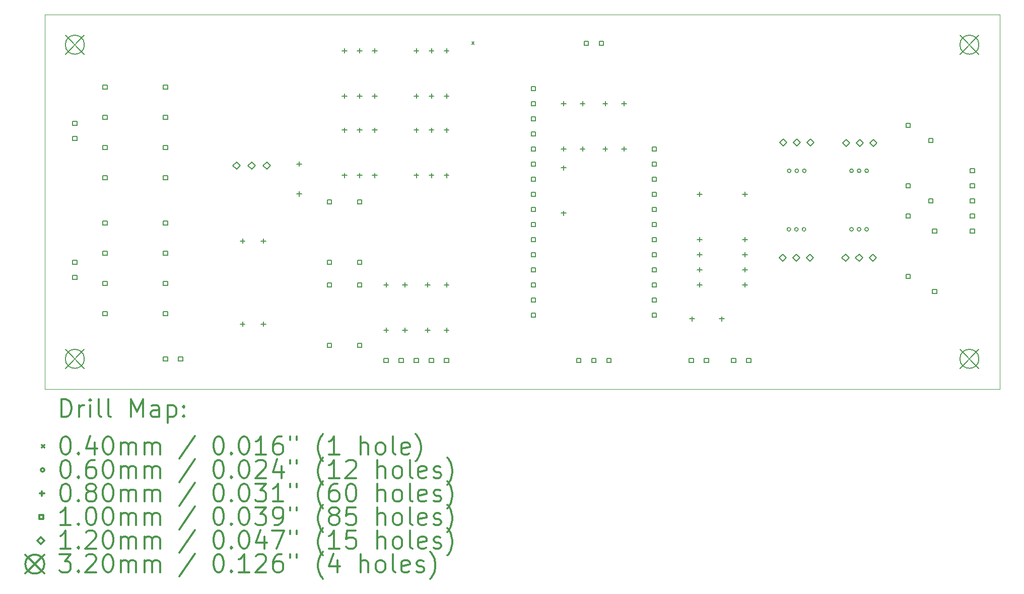
<source format=gbr>
%FSLAX45Y45*%
G04 Gerber Fmt 4.5, Leading zero omitted, Abs format (unit mm)*
G04 Created by KiCad (PCBNEW 5.1.5+dfsg1-2build2) date 2024-04-23 22:36:58*
%MOMM*%
%LPD*%
G04 APERTURE LIST*
%TA.AperFunction,Profile*%
%ADD10C,0.100000*%
%TD*%
%ADD11C,0.200000*%
%ADD12C,0.300000*%
G04 APERTURE END LIST*
D10*
X14528800Y-13081000D02*
X18770600Y-13081000D01*
X18669000Y-6781800D02*
X14020800Y-6781800D01*
X7480300Y-6781800D02*
X14033500Y-6781800D01*
X7480300Y-13081000D02*
X7480300Y-6781800D01*
X14541500Y-13081000D02*
X7480300Y-13081000D01*
X23533100Y-13081000D02*
X18757900Y-13081000D01*
X23533100Y-6781800D02*
X23533100Y-13081000D01*
X18656300Y-6781800D02*
X23533100Y-6781800D01*
D11*
X14661200Y-7244400D02*
X14701200Y-7284400D01*
X14701200Y-7244400D02*
X14661200Y-7284400D01*
X21073900Y-9410700D02*
G75*
G03X21073900Y-9410700I-30000J0D01*
G01*
X21200900Y-9410700D02*
G75*
G03X21200900Y-9410700I-30000J0D01*
G01*
X21327900Y-9410700D02*
G75*
G03X21327900Y-9410700I-30000J0D01*
G01*
X20026150Y-9410700D02*
G75*
G03X20026150Y-9410700I-30000J0D01*
G01*
X20153150Y-9410700D02*
G75*
G03X20153150Y-9410700I-30000J0D01*
G01*
X20280150Y-9410700D02*
G75*
G03X20280150Y-9410700I-30000J0D01*
G01*
X21073900Y-10394950D02*
G75*
G03X21073900Y-10394950I-30000J0D01*
G01*
X21200900Y-10394950D02*
G75*
G03X21200900Y-10394950I-30000J0D01*
G01*
X21327900Y-10394950D02*
G75*
G03X21327900Y-10394950I-30000J0D01*
G01*
X20019800Y-10394950D02*
G75*
G03X20019800Y-10394950I-30000J0D01*
G01*
X20146800Y-10394950D02*
G75*
G03X20146800Y-10394950I-30000J0D01*
G01*
X20273800Y-10394950D02*
G75*
G03X20273800Y-10394950I-30000J0D01*
G01*
X13919200Y-11288400D02*
X13919200Y-11368400D01*
X13879200Y-11328400D02*
X13959200Y-11328400D01*
X13919200Y-12050400D02*
X13919200Y-12130400D01*
X13879200Y-12090400D02*
X13959200Y-12090400D01*
X16522700Y-8240400D02*
X16522700Y-8320400D01*
X16482700Y-8280400D02*
X16562700Y-8280400D01*
X16522700Y-9002400D02*
X16522700Y-9082400D01*
X16482700Y-9042400D02*
X16562700Y-9042400D01*
X18491200Y-11034400D02*
X18491200Y-11114400D01*
X18451200Y-11074400D02*
X18531200Y-11074400D01*
X19253200Y-11034400D02*
X19253200Y-11114400D01*
X19213200Y-11074400D02*
X19293200Y-11074400D01*
X14236700Y-11288400D02*
X14236700Y-11368400D01*
X14196700Y-11328400D02*
X14276700Y-11328400D01*
X14236700Y-12050400D02*
X14236700Y-12130400D01*
X14196700Y-12090400D02*
X14276700Y-12090400D01*
X13220700Y-11288400D02*
X13220700Y-11368400D01*
X13180700Y-11328400D02*
X13260700Y-11328400D01*
X13220700Y-12050400D02*
X13220700Y-12130400D01*
X13180700Y-12090400D02*
X13260700Y-12090400D01*
X16205200Y-8240400D02*
X16205200Y-8320400D01*
X16165200Y-8280400D02*
X16245200Y-8280400D01*
X16205200Y-9002400D02*
X16205200Y-9082400D01*
X16165200Y-9042400D02*
X16245200Y-9042400D01*
X18364200Y-11859900D02*
X18364200Y-11939900D01*
X18324200Y-11899900D02*
X18404200Y-11899900D01*
X18864200Y-11859900D02*
X18864200Y-11939900D01*
X18824200Y-11899900D02*
X18904200Y-11899900D01*
X16903700Y-8240400D02*
X16903700Y-8320400D01*
X16863700Y-8280400D02*
X16943700Y-8280400D01*
X16903700Y-9002400D02*
X16903700Y-9082400D01*
X16863700Y-9042400D02*
X16943700Y-9042400D01*
X18491200Y-10526400D02*
X18491200Y-10606400D01*
X18451200Y-10566400D02*
X18531200Y-10566400D01*
X19253200Y-10526400D02*
X19253200Y-10606400D01*
X19213200Y-10566400D02*
X19293200Y-10566400D01*
X18491200Y-11288400D02*
X18491200Y-11368400D01*
X18451200Y-11328400D02*
X18531200Y-11328400D01*
X19253200Y-11288400D02*
X19253200Y-11368400D01*
X19213200Y-11328400D02*
X19293200Y-11328400D01*
X13728700Y-8684900D02*
X13728700Y-8764900D01*
X13688700Y-8724900D02*
X13768700Y-8724900D01*
X13728700Y-9446900D02*
X13728700Y-9526900D01*
X13688700Y-9486900D02*
X13768700Y-9486900D01*
X13982700Y-8684900D02*
X13982700Y-8764900D01*
X13942700Y-8724900D02*
X14022700Y-8724900D01*
X13982700Y-9446900D02*
X13982700Y-9526900D01*
X13942700Y-9486900D02*
X14022700Y-9486900D01*
X14236700Y-8684900D02*
X14236700Y-8764900D01*
X14196700Y-8724900D02*
X14276700Y-8724900D01*
X14236700Y-9446900D02*
X14236700Y-9526900D01*
X14196700Y-9486900D02*
X14276700Y-9486900D01*
X12522200Y-8684900D02*
X12522200Y-8764900D01*
X12482200Y-8724900D02*
X12562200Y-8724900D01*
X12522200Y-9446900D02*
X12522200Y-9526900D01*
X12482200Y-9486900D02*
X12562200Y-9486900D01*
X12776200Y-8684900D02*
X12776200Y-8764900D01*
X12736200Y-8724900D02*
X12816200Y-8724900D01*
X12776200Y-9446900D02*
X12776200Y-9526900D01*
X12736200Y-9486900D02*
X12816200Y-9486900D01*
X13030200Y-8684900D02*
X13030200Y-8764900D01*
X12990200Y-8724900D02*
X13070200Y-8724900D01*
X13030200Y-9446900D02*
X13030200Y-9526900D01*
X12990200Y-9486900D02*
X13070200Y-9486900D01*
X10807700Y-10551800D02*
X10807700Y-10631800D01*
X10767700Y-10591800D02*
X10847700Y-10591800D01*
X11157700Y-10551800D02*
X11157700Y-10631800D01*
X11117700Y-10591800D02*
X11197700Y-10591800D01*
X17221200Y-8240400D02*
X17221200Y-8320400D01*
X17181200Y-8280400D02*
X17261200Y-8280400D01*
X17221200Y-9002400D02*
X17221200Y-9082400D01*
X17181200Y-9042400D02*
X17261200Y-9042400D01*
X12522200Y-7351400D02*
X12522200Y-7431400D01*
X12482200Y-7391400D02*
X12562200Y-7391400D01*
X12522200Y-8113400D02*
X12522200Y-8193400D01*
X12482200Y-8153400D02*
X12562200Y-8153400D01*
X12776200Y-7351400D02*
X12776200Y-7431400D01*
X12736200Y-7391400D02*
X12816200Y-7391400D01*
X12776200Y-8113400D02*
X12776200Y-8193400D01*
X12736200Y-8153400D02*
X12816200Y-8153400D01*
X13030200Y-7351400D02*
X13030200Y-7431400D01*
X12990200Y-7391400D02*
X13070200Y-7391400D01*
X13030200Y-8113400D02*
X13030200Y-8193400D01*
X12990200Y-8153400D02*
X13070200Y-8153400D01*
X10807700Y-11948800D02*
X10807700Y-12028800D01*
X10767700Y-11988800D02*
X10847700Y-11988800D01*
X11157700Y-11948800D02*
X11157700Y-12028800D01*
X11117700Y-11988800D02*
X11197700Y-11988800D01*
X11760200Y-9256400D02*
X11760200Y-9336400D01*
X11720200Y-9296400D02*
X11800200Y-9296400D01*
X11760200Y-9756400D02*
X11760200Y-9836400D01*
X11720200Y-9796400D02*
X11800200Y-9796400D01*
X13728700Y-7351400D02*
X13728700Y-7431400D01*
X13688700Y-7391400D02*
X13768700Y-7391400D01*
X13728700Y-8113400D02*
X13728700Y-8193400D01*
X13688700Y-8153400D02*
X13768700Y-8153400D01*
X13982700Y-7351400D02*
X13982700Y-7431400D01*
X13942700Y-7391400D02*
X14022700Y-7391400D01*
X13982700Y-8113400D02*
X13982700Y-8193400D01*
X13942700Y-8153400D02*
X14022700Y-8153400D01*
X14236700Y-7351400D02*
X14236700Y-7431400D01*
X14196700Y-7391400D02*
X14276700Y-7391400D01*
X14236700Y-8113400D02*
X14236700Y-8193400D01*
X14196700Y-8153400D02*
X14276700Y-8153400D01*
X18491200Y-10780400D02*
X18491200Y-10860400D01*
X18451200Y-10820400D02*
X18531200Y-10820400D01*
X19253200Y-10780400D02*
X19253200Y-10860400D01*
X19213200Y-10820400D02*
X19293200Y-10820400D01*
X16205200Y-9319900D02*
X16205200Y-9399900D01*
X16165200Y-9359900D02*
X16245200Y-9359900D01*
X16205200Y-10081900D02*
X16205200Y-10161900D01*
X16165200Y-10121900D02*
X16245200Y-10121900D01*
X13538200Y-11288400D02*
X13538200Y-11368400D01*
X13498200Y-11328400D02*
X13578200Y-11328400D01*
X13538200Y-12050400D02*
X13538200Y-12130400D01*
X13498200Y-12090400D02*
X13578200Y-12090400D01*
X18491200Y-9764400D02*
X18491200Y-9844400D01*
X18451200Y-9804400D02*
X18531200Y-9804400D01*
X19253200Y-9764400D02*
X19253200Y-9844400D01*
X19213200Y-9804400D02*
X19293200Y-9804400D01*
X8531683Y-11846128D02*
X8531683Y-11775363D01*
X8460918Y-11775363D01*
X8460918Y-11846128D01*
X8531683Y-11846128D01*
X9547683Y-11846128D02*
X9547683Y-11775363D01*
X9476918Y-11775363D01*
X9476918Y-11846128D01*
X9547683Y-11846128D01*
X13256082Y-12633782D02*
X13256082Y-12563017D01*
X13185317Y-12563017D01*
X13185317Y-12633782D01*
X13256082Y-12633782D01*
X13510082Y-12633782D02*
X13510082Y-12563017D01*
X13439317Y-12563017D01*
X13439317Y-12633782D01*
X13510082Y-12633782D01*
X13764082Y-12633782D02*
X13764082Y-12563017D01*
X13693317Y-12563017D01*
X13693317Y-12633782D01*
X13764082Y-12633782D01*
X14018082Y-12633782D02*
X14018082Y-12563017D01*
X13947317Y-12563017D01*
X13947317Y-12633782D01*
X14018082Y-12633782D01*
X14272082Y-12633782D02*
X14272082Y-12563017D01*
X14201317Y-12563017D01*
X14201317Y-12633782D01*
X14272082Y-12633782D01*
X22031529Y-10208083D02*
X22031529Y-10137318D01*
X21960764Y-10137318D01*
X21960764Y-10208083D01*
X22031529Y-10208083D01*
X22031529Y-11224082D02*
X22031529Y-11153318D01*
X21960764Y-11153318D01*
X21960764Y-11224082D01*
X22031529Y-11224082D01*
X16494582Y-12633782D02*
X16494582Y-12563017D01*
X16423817Y-12563017D01*
X16423817Y-12633782D01*
X16494582Y-12633782D01*
X16748582Y-12633782D02*
X16748582Y-12563017D01*
X16677817Y-12563017D01*
X16677817Y-12633782D01*
X16748582Y-12633782D01*
X17002583Y-12633782D02*
X17002583Y-12563017D01*
X16931818Y-12563017D01*
X16931818Y-12633782D01*
X17002583Y-12633782D01*
X8531683Y-10830129D02*
X8531683Y-10759364D01*
X8460918Y-10759364D01*
X8460918Y-10830129D01*
X8531683Y-10830129D01*
X9547683Y-10830129D02*
X9547683Y-10759364D01*
X9476918Y-10759364D01*
X9476918Y-10830129D01*
X9547683Y-10830129D01*
X8531683Y-11338636D02*
X8531683Y-11267871D01*
X8460918Y-11267871D01*
X8460918Y-11338636D01*
X8531683Y-11338636D01*
X9547683Y-11338636D02*
X9547683Y-11267871D01*
X9476918Y-11267871D01*
X9476918Y-11338636D01*
X9547683Y-11338636D01*
X8531683Y-8544129D02*
X8531683Y-8473364D01*
X8460918Y-8473364D01*
X8460918Y-8544129D01*
X8531683Y-8544129D01*
X9547683Y-8544129D02*
X9547683Y-8473364D01*
X9476918Y-8473364D01*
X9476918Y-8544129D01*
X9547683Y-8544129D01*
X12811836Y-9966783D02*
X12811836Y-9896018D01*
X12741071Y-9896018D01*
X12741071Y-9966783D01*
X12811836Y-9966783D01*
X12811836Y-10982783D02*
X12811836Y-10912018D01*
X12741071Y-10912018D01*
X12741071Y-10982783D01*
X12811836Y-10982783D01*
X8531683Y-10322637D02*
X8531683Y-10251872D01*
X8460918Y-10251872D01*
X8460918Y-10322637D01*
X8531683Y-10322637D01*
X9547683Y-10322637D02*
X9547683Y-10251872D01*
X9476918Y-10251872D01*
X9476918Y-10322637D01*
X9547683Y-10322637D01*
X16621582Y-7299782D02*
X16621582Y-7229017D01*
X16550817Y-7229017D01*
X16550817Y-7299782D01*
X16621582Y-7299782D01*
X16875583Y-7299782D02*
X16875583Y-7229017D01*
X16804818Y-7229017D01*
X16804818Y-7299782D01*
X16875583Y-7299782D01*
X22413036Y-8938083D02*
X22413036Y-8867318D01*
X22342272Y-8867318D01*
X22342272Y-8938083D01*
X22413036Y-8938083D01*
X22413036Y-9954083D02*
X22413036Y-9883318D01*
X22342272Y-9883318D01*
X22342272Y-9954083D01*
X22413036Y-9954083D01*
X22032037Y-8684083D02*
X22032037Y-8613318D01*
X21961272Y-8613318D01*
X21961272Y-8684083D01*
X22032037Y-8684083D01*
X22032037Y-9700083D02*
X22032037Y-9629318D01*
X21961272Y-9629318D01*
X21961272Y-9700083D01*
X22032037Y-9700083D01*
X12811328Y-11363782D02*
X12811328Y-11293017D01*
X12740563Y-11293017D01*
X12740563Y-11363782D01*
X12811328Y-11363782D01*
X12811328Y-12379782D02*
X12811328Y-12309017D01*
X12740563Y-12309017D01*
X12740563Y-12379782D01*
X12811328Y-12379782D01*
X9547683Y-12608382D02*
X9547683Y-12537617D01*
X9476918Y-12537617D01*
X9476918Y-12608382D01*
X9547683Y-12608382D01*
X9801683Y-12608382D02*
X9801683Y-12537617D01*
X9730918Y-12537617D01*
X9730918Y-12608382D01*
X9801683Y-12608382D01*
X19098083Y-12633782D02*
X19098083Y-12563017D01*
X19027318Y-12563017D01*
X19027318Y-12633782D01*
X19098083Y-12633782D01*
X19352083Y-12633782D02*
X19352083Y-12563017D01*
X19281318Y-12563017D01*
X19281318Y-12633782D01*
X19352083Y-12633782D01*
X22476028Y-10462083D02*
X22476028Y-10391318D01*
X22405263Y-10391318D01*
X22405263Y-10462083D01*
X22476028Y-10462083D01*
X22476028Y-11478082D02*
X22476028Y-11407317D01*
X22405263Y-11407317D01*
X22405263Y-11478082D01*
X22476028Y-11478082D01*
X12303836Y-9966783D02*
X12303836Y-9896018D01*
X12233071Y-9896018D01*
X12233071Y-9966783D01*
X12303836Y-9966783D01*
X12303836Y-10982783D02*
X12303836Y-10912018D01*
X12233071Y-10912018D01*
X12233071Y-10982783D01*
X12303836Y-10982783D01*
X8531683Y-8036636D02*
X8531683Y-7965871D01*
X8460918Y-7965871D01*
X8460918Y-8036636D01*
X8531683Y-8036636D01*
X9547683Y-8036636D02*
X9547683Y-7965871D01*
X9476918Y-7965871D01*
X9476918Y-8036636D01*
X9547683Y-8036636D01*
X17764583Y-9077783D02*
X17764583Y-9007018D01*
X17693818Y-9007018D01*
X17693818Y-9077783D01*
X17764583Y-9077783D01*
X17764583Y-9331783D02*
X17764583Y-9261018D01*
X17693818Y-9261018D01*
X17693818Y-9331783D01*
X17764583Y-9331783D01*
X17764583Y-9585783D02*
X17764583Y-9515018D01*
X17693818Y-9515018D01*
X17693818Y-9585783D01*
X17764583Y-9585783D01*
X17764583Y-9839783D02*
X17764583Y-9769018D01*
X17693818Y-9769018D01*
X17693818Y-9839783D01*
X17764583Y-9839783D01*
X17764583Y-10093783D02*
X17764583Y-10023018D01*
X17693818Y-10023018D01*
X17693818Y-10093783D01*
X17764583Y-10093783D01*
X17764583Y-10347783D02*
X17764583Y-10277018D01*
X17693818Y-10277018D01*
X17693818Y-10347783D01*
X17764583Y-10347783D01*
X17764583Y-10601783D02*
X17764583Y-10531018D01*
X17693818Y-10531018D01*
X17693818Y-10601783D01*
X17764583Y-10601783D01*
X17764583Y-10855783D02*
X17764583Y-10785018D01*
X17693818Y-10785018D01*
X17693818Y-10855783D01*
X17764583Y-10855783D01*
X17764583Y-11109783D02*
X17764583Y-11039018D01*
X17693818Y-11039018D01*
X17693818Y-11109783D01*
X17764583Y-11109783D01*
X17764583Y-11363782D02*
X17764583Y-11293017D01*
X17693818Y-11293017D01*
X17693818Y-11363782D01*
X17764583Y-11363782D01*
X17764583Y-11617782D02*
X17764583Y-11547017D01*
X17693818Y-11547017D01*
X17693818Y-11617782D01*
X17764583Y-11617782D01*
X17764583Y-11871782D02*
X17764583Y-11801017D01*
X17693818Y-11801017D01*
X17693818Y-11871782D01*
X17764583Y-11871782D01*
X8531683Y-9052637D02*
X8531683Y-8981872D01*
X8460918Y-8981872D01*
X8460918Y-9052637D01*
X8531683Y-9052637D01*
X9547683Y-9052637D02*
X9547683Y-8981872D01*
X9476918Y-8981872D01*
X9476918Y-9052637D01*
X9547683Y-9052637D01*
X23111282Y-9446083D02*
X23111282Y-9375318D01*
X23040517Y-9375318D01*
X23040517Y-9446083D01*
X23111282Y-9446083D01*
X23111282Y-9700083D02*
X23111282Y-9629318D01*
X23040517Y-9629318D01*
X23040517Y-9700083D01*
X23111282Y-9700083D01*
X23111282Y-9954083D02*
X23111282Y-9883318D01*
X23040517Y-9883318D01*
X23040517Y-9954083D01*
X23111282Y-9954083D01*
X23111282Y-10208083D02*
X23111282Y-10137318D01*
X23040517Y-10137318D01*
X23040517Y-10208083D01*
X23111282Y-10208083D01*
X23111282Y-10462083D02*
X23111282Y-10391318D01*
X23040517Y-10391318D01*
X23040517Y-10462083D01*
X23111282Y-10462083D01*
X8023682Y-8645983D02*
X8023682Y-8575218D01*
X7952917Y-8575218D01*
X7952917Y-8645983D01*
X8023682Y-8645983D01*
X8023682Y-8899983D02*
X8023682Y-8829218D01*
X7952917Y-8829218D01*
X7952917Y-8899983D01*
X8023682Y-8899983D01*
X15732582Y-8061782D02*
X15732582Y-7991017D01*
X15661817Y-7991017D01*
X15661817Y-8061782D01*
X15732582Y-8061782D01*
X15732582Y-8315782D02*
X15732582Y-8245017D01*
X15661817Y-8245017D01*
X15661817Y-8315782D01*
X15732582Y-8315782D01*
X15732582Y-8569783D02*
X15732582Y-8499018D01*
X15661817Y-8499018D01*
X15661817Y-8569783D01*
X15732582Y-8569783D01*
X15732582Y-8823783D02*
X15732582Y-8753018D01*
X15661817Y-8753018D01*
X15661817Y-8823783D01*
X15732582Y-8823783D01*
X15732582Y-9077783D02*
X15732582Y-9007018D01*
X15661817Y-9007018D01*
X15661817Y-9077783D01*
X15732582Y-9077783D01*
X15732582Y-9331783D02*
X15732582Y-9261018D01*
X15661817Y-9261018D01*
X15661817Y-9331783D01*
X15732582Y-9331783D01*
X15732582Y-9585783D02*
X15732582Y-9515018D01*
X15661817Y-9515018D01*
X15661817Y-9585783D01*
X15732582Y-9585783D01*
X15732582Y-9839783D02*
X15732582Y-9769018D01*
X15661817Y-9769018D01*
X15661817Y-9839783D01*
X15732582Y-9839783D01*
X15732582Y-10093783D02*
X15732582Y-10023018D01*
X15661817Y-10023018D01*
X15661817Y-10093783D01*
X15732582Y-10093783D01*
X15732582Y-10347783D02*
X15732582Y-10277018D01*
X15661817Y-10277018D01*
X15661817Y-10347783D01*
X15732582Y-10347783D01*
X15732582Y-10601783D02*
X15732582Y-10531018D01*
X15661817Y-10531018D01*
X15661817Y-10601783D01*
X15732582Y-10601783D01*
X15732582Y-10855783D02*
X15732582Y-10785018D01*
X15661817Y-10785018D01*
X15661817Y-10855783D01*
X15732582Y-10855783D01*
X15732582Y-11109783D02*
X15732582Y-11039018D01*
X15661817Y-11039018D01*
X15661817Y-11109783D01*
X15732582Y-11109783D01*
X15732582Y-11363782D02*
X15732582Y-11293017D01*
X15661817Y-11293017D01*
X15661817Y-11363782D01*
X15732582Y-11363782D01*
X15732582Y-11617782D02*
X15732582Y-11547017D01*
X15661817Y-11547017D01*
X15661817Y-11617782D01*
X15732582Y-11617782D01*
X15732582Y-11871782D02*
X15732582Y-11801017D01*
X15661817Y-11801017D01*
X15661817Y-11871782D01*
X15732582Y-11871782D01*
X18386883Y-12633782D02*
X18386883Y-12563017D01*
X18316118Y-12563017D01*
X18316118Y-12633782D01*
X18386883Y-12633782D01*
X18640883Y-12633782D02*
X18640883Y-12563017D01*
X18570118Y-12563017D01*
X18570118Y-12633782D01*
X18640883Y-12633782D01*
X8531683Y-9560129D02*
X8531683Y-9489364D01*
X8460918Y-9489364D01*
X8460918Y-9560129D01*
X8531683Y-9560129D01*
X9547683Y-9560129D02*
X9547683Y-9489364D01*
X9476918Y-9489364D01*
X9476918Y-9560129D01*
X9547683Y-9560129D01*
X12303328Y-11363782D02*
X12303328Y-11293017D01*
X12232563Y-11293017D01*
X12232563Y-11363782D01*
X12303328Y-11363782D01*
X12303328Y-12379782D02*
X12303328Y-12309017D01*
X12232563Y-12309017D01*
X12232563Y-12379782D01*
X12303328Y-12379782D01*
X8023682Y-10982783D02*
X8023682Y-10912018D01*
X7952917Y-10912018D01*
X7952917Y-10982783D01*
X8023682Y-10982783D01*
X8023682Y-11236782D02*
X8023682Y-11166018D01*
X7952917Y-11166018D01*
X7952917Y-11236782D01*
X8023682Y-11236782D01*
X20954492Y-9000744D02*
X21014436Y-8940800D01*
X20954492Y-8880856D01*
X20894548Y-8940800D01*
X20954492Y-9000744D01*
X21183600Y-9000744D02*
X21243544Y-8940800D01*
X21183600Y-8880856D01*
X21123656Y-8940800D01*
X21183600Y-9000744D01*
X21412708Y-9000744D02*
X21472652Y-8940800D01*
X21412708Y-8880856D01*
X21352764Y-8940800D01*
X21412708Y-9000744D01*
X19894042Y-8994394D02*
X19953986Y-8934450D01*
X19894042Y-8874506D01*
X19834098Y-8934450D01*
X19894042Y-8994394D01*
X20123150Y-8994394D02*
X20183094Y-8934450D01*
X20123150Y-8874506D01*
X20063206Y-8934450D01*
X20123150Y-8994394D01*
X20352258Y-8994394D02*
X20412202Y-8934450D01*
X20352258Y-8874506D01*
X20292314Y-8934450D01*
X20352258Y-8994394D01*
X10706100Y-9381744D02*
X10766044Y-9321800D01*
X10706100Y-9261856D01*
X10646156Y-9321800D01*
X10706100Y-9381744D01*
X10960100Y-9381744D02*
X11020044Y-9321800D01*
X10960100Y-9261856D01*
X10900156Y-9321800D01*
X10960100Y-9381744D01*
X11214100Y-9381744D02*
X11274044Y-9321800D01*
X11214100Y-9261856D01*
X11154156Y-9321800D01*
X11214100Y-9381744D01*
X19887692Y-10931144D02*
X19947636Y-10871200D01*
X19887692Y-10811256D01*
X19827748Y-10871200D01*
X19887692Y-10931144D01*
X20116800Y-10931144D02*
X20176744Y-10871200D01*
X20116800Y-10811256D01*
X20056856Y-10871200D01*
X20116800Y-10931144D01*
X20345908Y-10931144D02*
X20405852Y-10871200D01*
X20345908Y-10811256D01*
X20285964Y-10871200D01*
X20345908Y-10931144D01*
X20941792Y-10931144D02*
X21001736Y-10871200D01*
X20941792Y-10811256D01*
X20881848Y-10871200D01*
X20941792Y-10931144D01*
X21170900Y-10931144D02*
X21230844Y-10871200D01*
X21170900Y-10811256D01*
X21110956Y-10871200D01*
X21170900Y-10931144D01*
X21400008Y-10931144D02*
X21459952Y-10871200D01*
X21400008Y-10811256D01*
X21340064Y-10871200D01*
X21400008Y-10931144D01*
X22865156Y-7129856D02*
X23185044Y-7449744D01*
X23185044Y-7129856D02*
X22865156Y-7449744D01*
X23185044Y-7289800D02*
G75*
G03X23185044Y-7289800I-159944J0D01*
G01*
X7828356Y-7129856D02*
X8148244Y-7449744D01*
X8148244Y-7129856D02*
X7828356Y-7449744D01*
X8148244Y-7289800D02*
G75*
G03X8148244Y-7289800I-159944J0D01*
G01*
X7828356Y-12413056D02*
X8148244Y-12732944D01*
X8148244Y-12413056D02*
X7828356Y-12732944D01*
X8148244Y-12573000D02*
G75*
G03X8148244Y-12573000I-159944J0D01*
G01*
X22865156Y-12413056D02*
X23185044Y-12732944D01*
X23185044Y-12413056D02*
X22865156Y-12732944D01*
X23185044Y-12573000D02*
G75*
G03X23185044Y-12573000I-159944J0D01*
G01*
D12*
X7761728Y-13551714D02*
X7761728Y-13251714D01*
X7833157Y-13251714D01*
X7876014Y-13266000D01*
X7904586Y-13294571D01*
X7918871Y-13323143D01*
X7933157Y-13380286D01*
X7933157Y-13423143D01*
X7918871Y-13480286D01*
X7904586Y-13508857D01*
X7876014Y-13537429D01*
X7833157Y-13551714D01*
X7761728Y-13551714D01*
X8061728Y-13551714D02*
X8061728Y-13351714D01*
X8061728Y-13408857D02*
X8076014Y-13380286D01*
X8090300Y-13366000D01*
X8118871Y-13351714D01*
X8147443Y-13351714D01*
X8247443Y-13551714D02*
X8247443Y-13351714D01*
X8247443Y-13251714D02*
X8233157Y-13266000D01*
X8247443Y-13280286D01*
X8261728Y-13266000D01*
X8247443Y-13251714D01*
X8247443Y-13280286D01*
X8433157Y-13551714D02*
X8404586Y-13537429D01*
X8390300Y-13508857D01*
X8390300Y-13251714D01*
X8590300Y-13551714D02*
X8561728Y-13537429D01*
X8547443Y-13508857D01*
X8547443Y-13251714D01*
X8933157Y-13551714D02*
X8933157Y-13251714D01*
X9033157Y-13466000D01*
X9133157Y-13251714D01*
X9133157Y-13551714D01*
X9404586Y-13551714D02*
X9404586Y-13394571D01*
X9390300Y-13366000D01*
X9361728Y-13351714D01*
X9304586Y-13351714D01*
X9276014Y-13366000D01*
X9404586Y-13537429D02*
X9376014Y-13551714D01*
X9304586Y-13551714D01*
X9276014Y-13537429D01*
X9261728Y-13508857D01*
X9261728Y-13480286D01*
X9276014Y-13451714D01*
X9304586Y-13437429D01*
X9376014Y-13437429D01*
X9404586Y-13423143D01*
X9547443Y-13351714D02*
X9547443Y-13651714D01*
X9547443Y-13366000D02*
X9576014Y-13351714D01*
X9633157Y-13351714D01*
X9661728Y-13366000D01*
X9676014Y-13380286D01*
X9690300Y-13408857D01*
X9690300Y-13494571D01*
X9676014Y-13523143D01*
X9661728Y-13537429D01*
X9633157Y-13551714D01*
X9576014Y-13551714D01*
X9547443Y-13537429D01*
X9818871Y-13523143D02*
X9833157Y-13537429D01*
X9818871Y-13551714D01*
X9804586Y-13537429D01*
X9818871Y-13523143D01*
X9818871Y-13551714D01*
X9818871Y-13366000D02*
X9833157Y-13380286D01*
X9818871Y-13394571D01*
X9804586Y-13380286D01*
X9818871Y-13366000D01*
X9818871Y-13394571D01*
X7435300Y-14026000D02*
X7475300Y-14066000D01*
X7475300Y-14026000D02*
X7435300Y-14066000D01*
X7818871Y-13881714D02*
X7847443Y-13881714D01*
X7876014Y-13896000D01*
X7890300Y-13910286D01*
X7904586Y-13938857D01*
X7918871Y-13996000D01*
X7918871Y-14067429D01*
X7904586Y-14124571D01*
X7890300Y-14153143D01*
X7876014Y-14167429D01*
X7847443Y-14181714D01*
X7818871Y-14181714D01*
X7790300Y-14167429D01*
X7776014Y-14153143D01*
X7761728Y-14124571D01*
X7747443Y-14067429D01*
X7747443Y-13996000D01*
X7761728Y-13938857D01*
X7776014Y-13910286D01*
X7790300Y-13896000D01*
X7818871Y-13881714D01*
X8047443Y-14153143D02*
X8061728Y-14167429D01*
X8047443Y-14181714D01*
X8033157Y-14167429D01*
X8047443Y-14153143D01*
X8047443Y-14181714D01*
X8318871Y-13981714D02*
X8318871Y-14181714D01*
X8247443Y-13867429D02*
X8176014Y-14081714D01*
X8361728Y-14081714D01*
X8533157Y-13881714D02*
X8561728Y-13881714D01*
X8590300Y-13896000D01*
X8604586Y-13910286D01*
X8618871Y-13938857D01*
X8633157Y-13996000D01*
X8633157Y-14067429D01*
X8618871Y-14124571D01*
X8604586Y-14153143D01*
X8590300Y-14167429D01*
X8561728Y-14181714D01*
X8533157Y-14181714D01*
X8504586Y-14167429D01*
X8490300Y-14153143D01*
X8476014Y-14124571D01*
X8461728Y-14067429D01*
X8461728Y-13996000D01*
X8476014Y-13938857D01*
X8490300Y-13910286D01*
X8504586Y-13896000D01*
X8533157Y-13881714D01*
X8761728Y-14181714D02*
X8761728Y-13981714D01*
X8761728Y-14010286D02*
X8776014Y-13996000D01*
X8804586Y-13981714D01*
X8847443Y-13981714D01*
X8876014Y-13996000D01*
X8890300Y-14024571D01*
X8890300Y-14181714D01*
X8890300Y-14024571D02*
X8904586Y-13996000D01*
X8933157Y-13981714D01*
X8976014Y-13981714D01*
X9004586Y-13996000D01*
X9018871Y-14024571D01*
X9018871Y-14181714D01*
X9161728Y-14181714D02*
X9161728Y-13981714D01*
X9161728Y-14010286D02*
X9176014Y-13996000D01*
X9204586Y-13981714D01*
X9247443Y-13981714D01*
X9276014Y-13996000D01*
X9290300Y-14024571D01*
X9290300Y-14181714D01*
X9290300Y-14024571D02*
X9304586Y-13996000D01*
X9333157Y-13981714D01*
X9376014Y-13981714D01*
X9404586Y-13996000D01*
X9418871Y-14024571D01*
X9418871Y-14181714D01*
X10004586Y-13867429D02*
X9747443Y-14253143D01*
X10390300Y-13881714D02*
X10418871Y-13881714D01*
X10447443Y-13896000D01*
X10461728Y-13910286D01*
X10476014Y-13938857D01*
X10490300Y-13996000D01*
X10490300Y-14067429D01*
X10476014Y-14124571D01*
X10461728Y-14153143D01*
X10447443Y-14167429D01*
X10418871Y-14181714D01*
X10390300Y-14181714D01*
X10361728Y-14167429D01*
X10347443Y-14153143D01*
X10333157Y-14124571D01*
X10318871Y-14067429D01*
X10318871Y-13996000D01*
X10333157Y-13938857D01*
X10347443Y-13910286D01*
X10361728Y-13896000D01*
X10390300Y-13881714D01*
X10618871Y-14153143D02*
X10633157Y-14167429D01*
X10618871Y-14181714D01*
X10604586Y-14167429D01*
X10618871Y-14153143D01*
X10618871Y-14181714D01*
X10818871Y-13881714D02*
X10847443Y-13881714D01*
X10876014Y-13896000D01*
X10890300Y-13910286D01*
X10904586Y-13938857D01*
X10918871Y-13996000D01*
X10918871Y-14067429D01*
X10904586Y-14124571D01*
X10890300Y-14153143D01*
X10876014Y-14167429D01*
X10847443Y-14181714D01*
X10818871Y-14181714D01*
X10790300Y-14167429D01*
X10776014Y-14153143D01*
X10761728Y-14124571D01*
X10747443Y-14067429D01*
X10747443Y-13996000D01*
X10761728Y-13938857D01*
X10776014Y-13910286D01*
X10790300Y-13896000D01*
X10818871Y-13881714D01*
X11204586Y-14181714D02*
X11033157Y-14181714D01*
X11118871Y-14181714D02*
X11118871Y-13881714D01*
X11090300Y-13924571D01*
X11061728Y-13953143D01*
X11033157Y-13967429D01*
X11461728Y-13881714D02*
X11404586Y-13881714D01*
X11376014Y-13896000D01*
X11361728Y-13910286D01*
X11333157Y-13953143D01*
X11318871Y-14010286D01*
X11318871Y-14124571D01*
X11333157Y-14153143D01*
X11347443Y-14167429D01*
X11376014Y-14181714D01*
X11433157Y-14181714D01*
X11461728Y-14167429D01*
X11476014Y-14153143D01*
X11490300Y-14124571D01*
X11490300Y-14053143D01*
X11476014Y-14024571D01*
X11461728Y-14010286D01*
X11433157Y-13996000D01*
X11376014Y-13996000D01*
X11347443Y-14010286D01*
X11333157Y-14024571D01*
X11318871Y-14053143D01*
X11604586Y-13881714D02*
X11604586Y-13938857D01*
X11718871Y-13881714D02*
X11718871Y-13938857D01*
X12161728Y-14296000D02*
X12147443Y-14281714D01*
X12118871Y-14238857D01*
X12104586Y-14210286D01*
X12090300Y-14167429D01*
X12076014Y-14096000D01*
X12076014Y-14038857D01*
X12090300Y-13967429D01*
X12104586Y-13924571D01*
X12118871Y-13896000D01*
X12147443Y-13853143D01*
X12161728Y-13838857D01*
X12433157Y-14181714D02*
X12261728Y-14181714D01*
X12347443Y-14181714D02*
X12347443Y-13881714D01*
X12318871Y-13924571D01*
X12290300Y-13953143D01*
X12261728Y-13967429D01*
X12790300Y-14181714D02*
X12790300Y-13881714D01*
X12918871Y-14181714D02*
X12918871Y-14024571D01*
X12904586Y-13996000D01*
X12876014Y-13981714D01*
X12833157Y-13981714D01*
X12804586Y-13996000D01*
X12790300Y-14010286D01*
X13104586Y-14181714D02*
X13076014Y-14167429D01*
X13061728Y-14153143D01*
X13047443Y-14124571D01*
X13047443Y-14038857D01*
X13061728Y-14010286D01*
X13076014Y-13996000D01*
X13104586Y-13981714D01*
X13147443Y-13981714D01*
X13176014Y-13996000D01*
X13190300Y-14010286D01*
X13204586Y-14038857D01*
X13204586Y-14124571D01*
X13190300Y-14153143D01*
X13176014Y-14167429D01*
X13147443Y-14181714D01*
X13104586Y-14181714D01*
X13376014Y-14181714D02*
X13347443Y-14167429D01*
X13333157Y-14138857D01*
X13333157Y-13881714D01*
X13604586Y-14167429D02*
X13576014Y-14181714D01*
X13518871Y-14181714D01*
X13490300Y-14167429D01*
X13476014Y-14138857D01*
X13476014Y-14024571D01*
X13490300Y-13996000D01*
X13518871Y-13981714D01*
X13576014Y-13981714D01*
X13604586Y-13996000D01*
X13618871Y-14024571D01*
X13618871Y-14053143D01*
X13476014Y-14081714D01*
X13718871Y-14296000D02*
X13733157Y-14281714D01*
X13761728Y-14238857D01*
X13776014Y-14210286D01*
X13790300Y-14167429D01*
X13804586Y-14096000D01*
X13804586Y-14038857D01*
X13790300Y-13967429D01*
X13776014Y-13924571D01*
X13761728Y-13896000D01*
X13733157Y-13853143D01*
X13718871Y-13838857D01*
X7475300Y-14442000D02*
G75*
G03X7475300Y-14442000I-30000J0D01*
G01*
X7818871Y-14277714D02*
X7847443Y-14277714D01*
X7876014Y-14292000D01*
X7890300Y-14306286D01*
X7904586Y-14334857D01*
X7918871Y-14392000D01*
X7918871Y-14463429D01*
X7904586Y-14520571D01*
X7890300Y-14549143D01*
X7876014Y-14563429D01*
X7847443Y-14577714D01*
X7818871Y-14577714D01*
X7790300Y-14563429D01*
X7776014Y-14549143D01*
X7761728Y-14520571D01*
X7747443Y-14463429D01*
X7747443Y-14392000D01*
X7761728Y-14334857D01*
X7776014Y-14306286D01*
X7790300Y-14292000D01*
X7818871Y-14277714D01*
X8047443Y-14549143D02*
X8061728Y-14563429D01*
X8047443Y-14577714D01*
X8033157Y-14563429D01*
X8047443Y-14549143D01*
X8047443Y-14577714D01*
X8318871Y-14277714D02*
X8261728Y-14277714D01*
X8233157Y-14292000D01*
X8218871Y-14306286D01*
X8190300Y-14349143D01*
X8176014Y-14406286D01*
X8176014Y-14520571D01*
X8190300Y-14549143D01*
X8204586Y-14563429D01*
X8233157Y-14577714D01*
X8290300Y-14577714D01*
X8318871Y-14563429D01*
X8333157Y-14549143D01*
X8347443Y-14520571D01*
X8347443Y-14449143D01*
X8333157Y-14420571D01*
X8318871Y-14406286D01*
X8290300Y-14392000D01*
X8233157Y-14392000D01*
X8204586Y-14406286D01*
X8190300Y-14420571D01*
X8176014Y-14449143D01*
X8533157Y-14277714D02*
X8561728Y-14277714D01*
X8590300Y-14292000D01*
X8604586Y-14306286D01*
X8618871Y-14334857D01*
X8633157Y-14392000D01*
X8633157Y-14463429D01*
X8618871Y-14520571D01*
X8604586Y-14549143D01*
X8590300Y-14563429D01*
X8561728Y-14577714D01*
X8533157Y-14577714D01*
X8504586Y-14563429D01*
X8490300Y-14549143D01*
X8476014Y-14520571D01*
X8461728Y-14463429D01*
X8461728Y-14392000D01*
X8476014Y-14334857D01*
X8490300Y-14306286D01*
X8504586Y-14292000D01*
X8533157Y-14277714D01*
X8761728Y-14577714D02*
X8761728Y-14377714D01*
X8761728Y-14406286D02*
X8776014Y-14392000D01*
X8804586Y-14377714D01*
X8847443Y-14377714D01*
X8876014Y-14392000D01*
X8890300Y-14420571D01*
X8890300Y-14577714D01*
X8890300Y-14420571D02*
X8904586Y-14392000D01*
X8933157Y-14377714D01*
X8976014Y-14377714D01*
X9004586Y-14392000D01*
X9018871Y-14420571D01*
X9018871Y-14577714D01*
X9161728Y-14577714D02*
X9161728Y-14377714D01*
X9161728Y-14406286D02*
X9176014Y-14392000D01*
X9204586Y-14377714D01*
X9247443Y-14377714D01*
X9276014Y-14392000D01*
X9290300Y-14420571D01*
X9290300Y-14577714D01*
X9290300Y-14420571D02*
X9304586Y-14392000D01*
X9333157Y-14377714D01*
X9376014Y-14377714D01*
X9404586Y-14392000D01*
X9418871Y-14420571D01*
X9418871Y-14577714D01*
X10004586Y-14263429D02*
X9747443Y-14649143D01*
X10390300Y-14277714D02*
X10418871Y-14277714D01*
X10447443Y-14292000D01*
X10461728Y-14306286D01*
X10476014Y-14334857D01*
X10490300Y-14392000D01*
X10490300Y-14463429D01*
X10476014Y-14520571D01*
X10461728Y-14549143D01*
X10447443Y-14563429D01*
X10418871Y-14577714D01*
X10390300Y-14577714D01*
X10361728Y-14563429D01*
X10347443Y-14549143D01*
X10333157Y-14520571D01*
X10318871Y-14463429D01*
X10318871Y-14392000D01*
X10333157Y-14334857D01*
X10347443Y-14306286D01*
X10361728Y-14292000D01*
X10390300Y-14277714D01*
X10618871Y-14549143D02*
X10633157Y-14563429D01*
X10618871Y-14577714D01*
X10604586Y-14563429D01*
X10618871Y-14549143D01*
X10618871Y-14577714D01*
X10818871Y-14277714D02*
X10847443Y-14277714D01*
X10876014Y-14292000D01*
X10890300Y-14306286D01*
X10904586Y-14334857D01*
X10918871Y-14392000D01*
X10918871Y-14463429D01*
X10904586Y-14520571D01*
X10890300Y-14549143D01*
X10876014Y-14563429D01*
X10847443Y-14577714D01*
X10818871Y-14577714D01*
X10790300Y-14563429D01*
X10776014Y-14549143D01*
X10761728Y-14520571D01*
X10747443Y-14463429D01*
X10747443Y-14392000D01*
X10761728Y-14334857D01*
X10776014Y-14306286D01*
X10790300Y-14292000D01*
X10818871Y-14277714D01*
X11033157Y-14306286D02*
X11047443Y-14292000D01*
X11076014Y-14277714D01*
X11147443Y-14277714D01*
X11176014Y-14292000D01*
X11190300Y-14306286D01*
X11204586Y-14334857D01*
X11204586Y-14363429D01*
X11190300Y-14406286D01*
X11018871Y-14577714D01*
X11204586Y-14577714D01*
X11461728Y-14377714D02*
X11461728Y-14577714D01*
X11390300Y-14263429D02*
X11318871Y-14477714D01*
X11504586Y-14477714D01*
X11604586Y-14277714D02*
X11604586Y-14334857D01*
X11718871Y-14277714D02*
X11718871Y-14334857D01*
X12161728Y-14692000D02*
X12147443Y-14677714D01*
X12118871Y-14634857D01*
X12104586Y-14606286D01*
X12090300Y-14563429D01*
X12076014Y-14492000D01*
X12076014Y-14434857D01*
X12090300Y-14363429D01*
X12104586Y-14320571D01*
X12118871Y-14292000D01*
X12147443Y-14249143D01*
X12161728Y-14234857D01*
X12433157Y-14577714D02*
X12261728Y-14577714D01*
X12347443Y-14577714D02*
X12347443Y-14277714D01*
X12318871Y-14320571D01*
X12290300Y-14349143D01*
X12261728Y-14363429D01*
X12547443Y-14306286D02*
X12561728Y-14292000D01*
X12590300Y-14277714D01*
X12661728Y-14277714D01*
X12690300Y-14292000D01*
X12704586Y-14306286D01*
X12718871Y-14334857D01*
X12718871Y-14363429D01*
X12704586Y-14406286D01*
X12533157Y-14577714D01*
X12718871Y-14577714D01*
X13076014Y-14577714D02*
X13076014Y-14277714D01*
X13204586Y-14577714D02*
X13204586Y-14420571D01*
X13190300Y-14392000D01*
X13161728Y-14377714D01*
X13118871Y-14377714D01*
X13090300Y-14392000D01*
X13076014Y-14406286D01*
X13390300Y-14577714D02*
X13361728Y-14563429D01*
X13347443Y-14549143D01*
X13333157Y-14520571D01*
X13333157Y-14434857D01*
X13347443Y-14406286D01*
X13361728Y-14392000D01*
X13390300Y-14377714D01*
X13433157Y-14377714D01*
X13461728Y-14392000D01*
X13476014Y-14406286D01*
X13490300Y-14434857D01*
X13490300Y-14520571D01*
X13476014Y-14549143D01*
X13461728Y-14563429D01*
X13433157Y-14577714D01*
X13390300Y-14577714D01*
X13661728Y-14577714D02*
X13633157Y-14563429D01*
X13618871Y-14534857D01*
X13618871Y-14277714D01*
X13890300Y-14563429D02*
X13861728Y-14577714D01*
X13804586Y-14577714D01*
X13776014Y-14563429D01*
X13761728Y-14534857D01*
X13761728Y-14420571D01*
X13776014Y-14392000D01*
X13804586Y-14377714D01*
X13861728Y-14377714D01*
X13890300Y-14392000D01*
X13904586Y-14420571D01*
X13904586Y-14449143D01*
X13761728Y-14477714D01*
X14018871Y-14563429D02*
X14047443Y-14577714D01*
X14104586Y-14577714D01*
X14133157Y-14563429D01*
X14147443Y-14534857D01*
X14147443Y-14520571D01*
X14133157Y-14492000D01*
X14104586Y-14477714D01*
X14061728Y-14477714D01*
X14033157Y-14463429D01*
X14018871Y-14434857D01*
X14018871Y-14420571D01*
X14033157Y-14392000D01*
X14061728Y-14377714D01*
X14104586Y-14377714D01*
X14133157Y-14392000D01*
X14247443Y-14692000D02*
X14261728Y-14677714D01*
X14290300Y-14634857D01*
X14304586Y-14606286D01*
X14318871Y-14563429D01*
X14333157Y-14492000D01*
X14333157Y-14434857D01*
X14318871Y-14363429D01*
X14304586Y-14320571D01*
X14290300Y-14292000D01*
X14261728Y-14249143D01*
X14247443Y-14234857D01*
X7435300Y-14798000D02*
X7435300Y-14878000D01*
X7395300Y-14838000D02*
X7475300Y-14838000D01*
X7818871Y-14673714D02*
X7847443Y-14673714D01*
X7876014Y-14688000D01*
X7890300Y-14702286D01*
X7904586Y-14730857D01*
X7918871Y-14788000D01*
X7918871Y-14859429D01*
X7904586Y-14916571D01*
X7890300Y-14945143D01*
X7876014Y-14959429D01*
X7847443Y-14973714D01*
X7818871Y-14973714D01*
X7790300Y-14959429D01*
X7776014Y-14945143D01*
X7761728Y-14916571D01*
X7747443Y-14859429D01*
X7747443Y-14788000D01*
X7761728Y-14730857D01*
X7776014Y-14702286D01*
X7790300Y-14688000D01*
X7818871Y-14673714D01*
X8047443Y-14945143D02*
X8061728Y-14959429D01*
X8047443Y-14973714D01*
X8033157Y-14959429D01*
X8047443Y-14945143D01*
X8047443Y-14973714D01*
X8233157Y-14802286D02*
X8204586Y-14788000D01*
X8190300Y-14773714D01*
X8176014Y-14745143D01*
X8176014Y-14730857D01*
X8190300Y-14702286D01*
X8204586Y-14688000D01*
X8233157Y-14673714D01*
X8290300Y-14673714D01*
X8318871Y-14688000D01*
X8333157Y-14702286D01*
X8347443Y-14730857D01*
X8347443Y-14745143D01*
X8333157Y-14773714D01*
X8318871Y-14788000D01*
X8290300Y-14802286D01*
X8233157Y-14802286D01*
X8204586Y-14816571D01*
X8190300Y-14830857D01*
X8176014Y-14859429D01*
X8176014Y-14916571D01*
X8190300Y-14945143D01*
X8204586Y-14959429D01*
X8233157Y-14973714D01*
X8290300Y-14973714D01*
X8318871Y-14959429D01*
X8333157Y-14945143D01*
X8347443Y-14916571D01*
X8347443Y-14859429D01*
X8333157Y-14830857D01*
X8318871Y-14816571D01*
X8290300Y-14802286D01*
X8533157Y-14673714D02*
X8561728Y-14673714D01*
X8590300Y-14688000D01*
X8604586Y-14702286D01*
X8618871Y-14730857D01*
X8633157Y-14788000D01*
X8633157Y-14859429D01*
X8618871Y-14916571D01*
X8604586Y-14945143D01*
X8590300Y-14959429D01*
X8561728Y-14973714D01*
X8533157Y-14973714D01*
X8504586Y-14959429D01*
X8490300Y-14945143D01*
X8476014Y-14916571D01*
X8461728Y-14859429D01*
X8461728Y-14788000D01*
X8476014Y-14730857D01*
X8490300Y-14702286D01*
X8504586Y-14688000D01*
X8533157Y-14673714D01*
X8761728Y-14973714D02*
X8761728Y-14773714D01*
X8761728Y-14802286D02*
X8776014Y-14788000D01*
X8804586Y-14773714D01*
X8847443Y-14773714D01*
X8876014Y-14788000D01*
X8890300Y-14816571D01*
X8890300Y-14973714D01*
X8890300Y-14816571D02*
X8904586Y-14788000D01*
X8933157Y-14773714D01*
X8976014Y-14773714D01*
X9004586Y-14788000D01*
X9018871Y-14816571D01*
X9018871Y-14973714D01*
X9161728Y-14973714D02*
X9161728Y-14773714D01*
X9161728Y-14802286D02*
X9176014Y-14788000D01*
X9204586Y-14773714D01*
X9247443Y-14773714D01*
X9276014Y-14788000D01*
X9290300Y-14816571D01*
X9290300Y-14973714D01*
X9290300Y-14816571D02*
X9304586Y-14788000D01*
X9333157Y-14773714D01*
X9376014Y-14773714D01*
X9404586Y-14788000D01*
X9418871Y-14816571D01*
X9418871Y-14973714D01*
X10004586Y-14659429D02*
X9747443Y-15045143D01*
X10390300Y-14673714D02*
X10418871Y-14673714D01*
X10447443Y-14688000D01*
X10461728Y-14702286D01*
X10476014Y-14730857D01*
X10490300Y-14788000D01*
X10490300Y-14859429D01*
X10476014Y-14916571D01*
X10461728Y-14945143D01*
X10447443Y-14959429D01*
X10418871Y-14973714D01*
X10390300Y-14973714D01*
X10361728Y-14959429D01*
X10347443Y-14945143D01*
X10333157Y-14916571D01*
X10318871Y-14859429D01*
X10318871Y-14788000D01*
X10333157Y-14730857D01*
X10347443Y-14702286D01*
X10361728Y-14688000D01*
X10390300Y-14673714D01*
X10618871Y-14945143D02*
X10633157Y-14959429D01*
X10618871Y-14973714D01*
X10604586Y-14959429D01*
X10618871Y-14945143D01*
X10618871Y-14973714D01*
X10818871Y-14673714D02*
X10847443Y-14673714D01*
X10876014Y-14688000D01*
X10890300Y-14702286D01*
X10904586Y-14730857D01*
X10918871Y-14788000D01*
X10918871Y-14859429D01*
X10904586Y-14916571D01*
X10890300Y-14945143D01*
X10876014Y-14959429D01*
X10847443Y-14973714D01*
X10818871Y-14973714D01*
X10790300Y-14959429D01*
X10776014Y-14945143D01*
X10761728Y-14916571D01*
X10747443Y-14859429D01*
X10747443Y-14788000D01*
X10761728Y-14730857D01*
X10776014Y-14702286D01*
X10790300Y-14688000D01*
X10818871Y-14673714D01*
X11018871Y-14673714D02*
X11204586Y-14673714D01*
X11104586Y-14788000D01*
X11147443Y-14788000D01*
X11176014Y-14802286D01*
X11190300Y-14816571D01*
X11204586Y-14845143D01*
X11204586Y-14916571D01*
X11190300Y-14945143D01*
X11176014Y-14959429D01*
X11147443Y-14973714D01*
X11061728Y-14973714D01*
X11033157Y-14959429D01*
X11018871Y-14945143D01*
X11490300Y-14973714D02*
X11318871Y-14973714D01*
X11404586Y-14973714D02*
X11404586Y-14673714D01*
X11376014Y-14716571D01*
X11347443Y-14745143D01*
X11318871Y-14759429D01*
X11604586Y-14673714D02*
X11604586Y-14730857D01*
X11718871Y-14673714D02*
X11718871Y-14730857D01*
X12161728Y-15088000D02*
X12147443Y-15073714D01*
X12118871Y-15030857D01*
X12104586Y-15002286D01*
X12090300Y-14959429D01*
X12076014Y-14888000D01*
X12076014Y-14830857D01*
X12090300Y-14759429D01*
X12104586Y-14716571D01*
X12118871Y-14688000D01*
X12147443Y-14645143D01*
X12161728Y-14630857D01*
X12404586Y-14673714D02*
X12347443Y-14673714D01*
X12318871Y-14688000D01*
X12304586Y-14702286D01*
X12276014Y-14745143D01*
X12261728Y-14802286D01*
X12261728Y-14916571D01*
X12276014Y-14945143D01*
X12290300Y-14959429D01*
X12318871Y-14973714D01*
X12376014Y-14973714D01*
X12404586Y-14959429D01*
X12418871Y-14945143D01*
X12433157Y-14916571D01*
X12433157Y-14845143D01*
X12418871Y-14816571D01*
X12404586Y-14802286D01*
X12376014Y-14788000D01*
X12318871Y-14788000D01*
X12290300Y-14802286D01*
X12276014Y-14816571D01*
X12261728Y-14845143D01*
X12618871Y-14673714D02*
X12647443Y-14673714D01*
X12676014Y-14688000D01*
X12690300Y-14702286D01*
X12704586Y-14730857D01*
X12718871Y-14788000D01*
X12718871Y-14859429D01*
X12704586Y-14916571D01*
X12690300Y-14945143D01*
X12676014Y-14959429D01*
X12647443Y-14973714D01*
X12618871Y-14973714D01*
X12590300Y-14959429D01*
X12576014Y-14945143D01*
X12561728Y-14916571D01*
X12547443Y-14859429D01*
X12547443Y-14788000D01*
X12561728Y-14730857D01*
X12576014Y-14702286D01*
X12590300Y-14688000D01*
X12618871Y-14673714D01*
X13076014Y-14973714D02*
X13076014Y-14673714D01*
X13204586Y-14973714D02*
X13204586Y-14816571D01*
X13190300Y-14788000D01*
X13161728Y-14773714D01*
X13118871Y-14773714D01*
X13090300Y-14788000D01*
X13076014Y-14802286D01*
X13390300Y-14973714D02*
X13361728Y-14959429D01*
X13347443Y-14945143D01*
X13333157Y-14916571D01*
X13333157Y-14830857D01*
X13347443Y-14802286D01*
X13361728Y-14788000D01*
X13390300Y-14773714D01*
X13433157Y-14773714D01*
X13461728Y-14788000D01*
X13476014Y-14802286D01*
X13490300Y-14830857D01*
X13490300Y-14916571D01*
X13476014Y-14945143D01*
X13461728Y-14959429D01*
X13433157Y-14973714D01*
X13390300Y-14973714D01*
X13661728Y-14973714D02*
X13633157Y-14959429D01*
X13618871Y-14930857D01*
X13618871Y-14673714D01*
X13890300Y-14959429D02*
X13861728Y-14973714D01*
X13804586Y-14973714D01*
X13776014Y-14959429D01*
X13761728Y-14930857D01*
X13761728Y-14816571D01*
X13776014Y-14788000D01*
X13804586Y-14773714D01*
X13861728Y-14773714D01*
X13890300Y-14788000D01*
X13904586Y-14816571D01*
X13904586Y-14845143D01*
X13761728Y-14873714D01*
X14018871Y-14959429D02*
X14047443Y-14973714D01*
X14104586Y-14973714D01*
X14133157Y-14959429D01*
X14147443Y-14930857D01*
X14147443Y-14916571D01*
X14133157Y-14888000D01*
X14104586Y-14873714D01*
X14061728Y-14873714D01*
X14033157Y-14859429D01*
X14018871Y-14830857D01*
X14018871Y-14816571D01*
X14033157Y-14788000D01*
X14061728Y-14773714D01*
X14104586Y-14773714D01*
X14133157Y-14788000D01*
X14247443Y-15088000D02*
X14261728Y-15073714D01*
X14290300Y-15030857D01*
X14304586Y-15002286D01*
X14318871Y-14959429D01*
X14333157Y-14888000D01*
X14333157Y-14830857D01*
X14318871Y-14759429D01*
X14304586Y-14716571D01*
X14290300Y-14688000D01*
X14261728Y-14645143D01*
X14247443Y-14630857D01*
X7460644Y-15269383D02*
X7460644Y-15198618D01*
X7389879Y-15198618D01*
X7389879Y-15269383D01*
X7460644Y-15269383D01*
X7918871Y-15369714D02*
X7747443Y-15369714D01*
X7833157Y-15369714D02*
X7833157Y-15069714D01*
X7804586Y-15112571D01*
X7776014Y-15141143D01*
X7747443Y-15155429D01*
X8047443Y-15341143D02*
X8061728Y-15355429D01*
X8047443Y-15369714D01*
X8033157Y-15355429D01*
X8047443Y-15341143D01*
X8047443Y-15369714D01*
X8247443Y-15069714D02*
X8276014Y-15069714D01*
X8304586Y-15084000D01*
X8318871Y-15098286D01*
X8333157Y-15126857D01*
X8347443Y-15184000D01*
X8347443Y-15255429D01*
X8333157Y-15312571D01*
X8318871Y-15341143D01*
X8304586Y-15355429D01*
X8276014Y-15369714D01*
X8247443Y-15369714D01*
X8218871Y-15355429D01*
X8204586Y-15341143D01*
X8190300Y-15312571D01*
X8176014Y-15255429D01*
X8176014Y-15184000D01*
X8190300Y-15126857D01*
X8204586Y-15098286D01*
X8218871Y-15084000D01*
X8247443Y-15069714D01*
X8533157Y-15069714D02*
X8561728Y-15069714D01*
X8590300Y-15084000D01*
X8604586Y-15098286D01*
X8618871Y-15126857D01*
X8633157Y-15184000D01*
X8633157Y-15255429D01*
X8618871Y-15312571D01*
X8604586Y-15341143D01*
X8590300Y-15355429D01*
X8561728Y-15369714D01*
X8533157Y-15369714D01*
X8504586Y-15355429D01*
X8490300Y-15341143D01*
X8476014Y-15312571D01*
X8461728Y-15255429D01*
X8461728Y-15184000D01*
X8476014Y-15126857D01*
X8490300Y-15098286D01*
X8504586Y-15084000D01*
X8533157Y-15069714D01*
X8761728Y-15369714D02*
X8761728Y-15169714D01*
X8761728Y-15198286D02*
X8776014Y-15184000D01*
X8804586Y-15169714D01*
X8847443Y-15169714D01*
X8876014Y-15184000D01*
X8890300Y-15212571D01*
X8890300Y-15369714D01*
X8890300Y-15212571D02*
X8904586Y-15184000D01*
X8933157Y-15169714D01*
X8976014Y-15169714D01*
X9004586Y-15184000D01*
X9018871Y-15212571D01*
X9018871Y-15369714D01*
X9161728Y-15369714D02*
X9161728Y-15169714D01*
X9161728Y-15198286D02*
X9176014Y-15184000D01*
X9204586Y-15169714D01*
X9247443Y-15169714D01*
X9276014Y-15184000D01*
X9290300Y-15212571D01*
X9290300Y-15369714D01*
X9290300Y-15212571D02*
X9304586Y-15184000D01*
X9333157Y-15169714D01*
X9376014Y-15169714D01*
X9404586Y-15184000D01*
X9418871Y-15212571D01*
X9418871Y-15369714D01*
X10004586Y-15055429D02*
X9747443Y-15441143D01*
X10390300Y-15069714D02*
X10418871Y-15069714D01*
X10447443Y-15084000D01*
X10461728Y-15098286D01*
X10476014Y-15126857D01*
X10490300Y-15184000D01*
X10490300Y-15255429D01*
X10476014Y-15312571D01*
X10461728Y-15341143D01*
X10447443Y-15355429D01*
X10418871Y-15369714D01*
X10390300Y-15369714D01*
X10361728Y-15355429D01*
X10347443Y-15341143D01*
X10333157Y-15312571D01*
X10318871Y-15255429D01*
X10318871Y-15184000D01*
X10333157Y-15126857D01*
X10347443Y-15098286D01*
X10361728Y-15084000D01*
X10390300Y-15069714D01*
X10618871Y-15341143D02*
X10633157Y-15355429D01*
X10618871Y-15369714D01*
X10604586Y-15355429D01*
X10618871Y-15341143D01*
X10618871Y-15369714D01*
X10818871Y-15069714D02*
X10847443Y-15069714D01*
X10876014Y-15084000D01*
X10890300Y-15098286D01*
X10904586Y-15126857D01*
X10918871Y-15184000D01*
X10918871Y-15255429D01*
X10904586Y-15312571D01*
X10890300Y-15341143D01*
X10876014Y-15355429D01*
X10847443Y-15369714D01*
X10818871Y-15369714D01*
X10790300Y-15355429D01*
X10776014Y-15341143D01*
X10761728Y-15312571D01*
X10747443Y-15255429D01*
X10747443Y-15184000D01*
X10761728Y-15126857D01*
X10776014Y-15098286D01*
X10790300Y-15084000D01*
X10818871Y-15069714D01*
X11018871Y-15069714D02*
X11204586Y-15069714D01*
X11104586Y-15184000D01*
X11147443Y-15184000D01*
X11176014Y-15198286D01*
X11190300Y-15212571D01*
X11204586Y-15241143D01*
X11204586Y-15312571D01*
X11190300Y-15341143D01*
X11176014Y-15355429D01*
X11147443Y-15369714D01*
X11061728Y-15369714D01*
X11033157Y-15355429D01*
X11018871Y-15341143D01*
X11347443Y-15369714D02*
X11404586Y-15369714D01*
X11433157Y-15355429D01*
X11447443Y-15341143D01*
X11476014Y-15298286D01*
X11490300Y-15241143D01*
X11490300Y-15126857D01*
X11476014Y-15098286D01*
X11461728Y-15084000D01*
X11433157Y-15069714D01*
X11376014Y-15069714D01*
X11347443Y-15084000D01*
X11333157Y-15098286D01*
X11318871Y-15126857D01*
X11318871Y-15198286D01*
X11333157Y-15226857D01*
X11347443Y-15241143D01*
X11376014Y-15255429D01*
X11433157Y-15255429D01*
X11461728Y-15241143D01*
X11476014Y-15226857D01*
X11490300Y-15198286D01*
X11604586Y-15069714D02*
X11604586Y-15126857D01*
X11718871Y-15069714D02*
X11718871Y-15126857D01*
X12161728Y-15484000D02*
X12147443Y-15469714D01*
X12118871Y-15426857D01*
X12104586Y-15398286D01*
X12090300Y-15355429D01*
X12076014Y-15284000D01*
X12076014Y-15226857D01*
X12090300Y-15155429D01*
X12104586Y-15112571D01*
X12118871Y-15084000D01*
X12147443Y-15041143D01*
X12161728Y-15026857D01*
X12318871Y-15198286D02*
X12290300Y-15184000D01*
X12276014Y-15169714D01*
X12261728Y-15141143D01*
X12261728Y-15126857D01*
X12276014Y-15098286D01*
X12290300Y-15084000D01*
X12318871Y-15069714D01*
X12376014Y-15069714D01*
X12404586Y-15084000D01*
X12418871Y-15098286D01*
X12433157Y-15126857D01*
X12433157Y-15141143D01*
X12418871Y-15169714D01*
X12404586Y-15184000D01*
X12376014Y-15198286D01*
X12318871Y-15198286D01*
X12290300Y-15212571D01*
X12276014Y-15226857D01*
X12261728Y-15255429D01*
X12261728Y-15312571D01*
X12276014Y-15341143D01*
X12290300Y-15355429D01*
X12318871Y-15369714D01*
X12376014Y-15369714D01*
X12404586Y-15355429D01*
X12418871Y-15341143D01*
X12433157Y-15312571D01*
X12433157Y-15255429D01*
X12418871Y-15226857D01*
X12404586Y-15212571D01*
X12376014Y-15198286D01*
X12704586Y-15069714D02*
X12561728Y-15069714D01*
X12547443Y-15212571D01*
X12561728Y-15198286D01*
X12590300Y-15184000D01*
X12661728Y-15184000D01*
X12690300Y-15198286D01*
X12704586Y-15212571D01*
X12718871Y-15241143D01*
X12718871Y-15312571D01*
X12704586Y-15341143D01*
X12690300Y-15355429D01*
X12661728Y-15369714D01*
X12590300Y-15369714D01*
X12561728Y-15355429D01*
X12547443Y-15341143D01*
X13076014Y-15369714D02*
X13076014Y-15069714D01*
X13204586Y-15369714D02*
X13204586Y-15212571D01*
X13190300Y-15184000D01*
X13161728Y-15169714D01*
X13118871Y-15169714D01*
X13090300Y-15184000D01*
X13076014Y-15198286D01*
X13390300Y-15369714D02*
X13361728Y-15355429D01*
X13347443Y-15341143D01*
X13333157Y-15312571D01*
X13333157Y-15226857D01*
X13347443Y-15198286D01*
X13361728Y-15184000D01*
X13390300Y-15169714D01*
X13433157Y-15169714D01*
X13461728Y-15184000D01*
X13476014Y-15198286D01*
X13490300Y-15226857D01*
X13490300Y-15312571D01*
X13476014Y-15341143D01*
X13461728Y-15355429D01*
X13433157Y-15369714D01*
X13390300Y-15369714D01*
X13661728Y-15369714D02*
X13633157Y-15355429D01*
X13618871Y-15326857D01*
X13618871Y-15069714D01*
X13890300Y-15355429D02*
X13861728Y-15369714D01*
X13804586Y-15369714D01*
X13776014Y-15355429D01*
X13761728Y-15326857D01*
X13761728Y-15212571D01*
X13776014Y-15184000D01*
X13804586Y-15169714D01*
X13861728Y-15169714D01*
X13890300Y-15184000D01*
X13904586Y-15212571D01*
X13904586Y-15241143D01*
X13761728Y-15269714D01*
X14018871Y-15355429D02*
X14047443Y-15369714D01*
X14104586Y-15369714D01*
X14133157Y-15355429D01*
X14147443Y-15326857D01*
X14147443Y-15312571D01*
X14133157Y-15284000D01*
X14104586Y-15269714D01*
X14061728Y-15269714D01*
X14033157Y-15255429D01*
X14018871Y-15226857D01*
X14018871Y-15212571D01*
X14033157Y-15184000D01*
X14061728Y-15169714D01*
X14104586Y-15169714D01*
X14133157Y-15184000D01*
X14247443Y-15484000D02*
X14261728Y-15469714D01*
X14290300Y-15426857D01*
X14304586Y-15398286D01*
X14318871Y-15355429D01*
X14333157Y-15284000D01*
X14333157Y-15226857D01*
X14318871Y-15155429D01*
X14304586Y-15112571D01*
X14290300Y-15084000D01*
X14261728Y-15041143D01*
X14247443Y-15026857D01*
X7415356Y-15689944D02*
X7475300Y-15630000D01*
X7415356Y-15570056D01*
X7355412Y-15630000D01*
X7415356Y-15689944D01*
X7918871Y-15765714D02*
X7747443Y-15765714D01*
X7833157Y-15765714D02*
X7833157Y-15465714D01*
X7804586Y-15508571D01*
X7776014Y-15537143D01*
X7747443Y-15551429D01*
X8047443Y-15737143D02*
X8061728Y-15751429D01*
X8047443Y-15765714D01*
X8033157Y-15751429D01*
X8047443Y-15737143D01*
X8047443Y-15765714D01*
X8176014Y-15494286D02*
X8190300Y-15480000D01*
X8218871Y-15465714D01*
X8290300Y-15465714D01*
X8318871Y-15480000D01*
X8333157Y-15494286D01*
X8347443Y-15522857D01*
X8347443Y-15551429D01*
X8333157Y-15594286D01*
X8161728Y-15765714D01*
X8347443Y-15765714D01*
X8533157Y-15465714D02*
X8561728Y-15465714D01*
X8590300Y-15480000D01*
X8604586Y-15494286D01*
X8618871Y-15522857D01*
X8633157Y-15580000D01*
X8633157Y-15651429D01*
X8618871Y-15708571D01*
X8604586Y-15737143D01*
X8590300Y-15751429D01*
X8561728Y-15765714D01*
X8533157Y-15765714D01*
X8504586Y-15751429D01*
X8490300Y-15737143D01*
X8476014Y-15708571D01*
X8461728Y-15651429D01*
X8461728Y-15580000D01*
X8476014Y-15522857D01*
X8490300Y-15494286D01*
X8504586Y-15480000D01*
X8533157Y-15465714D01*
X8761728Y-15765714D02*
X8761728Y-15565714D01*
X8761728Y-15594286D02*
X8776014Y-15580000D01*
X8804586Y-15565714D01*
X8847443Y-15565714D01*
X8876014Y-15580000D01*
X8890300Y-15608571D01*
X8890300Y-15765714D01*
X8890300Y-15608571D02*
X8904586Y-15580000D01*
X8933157Y-15565714D01*
X8976014Y-15565714D01*
X9004586Y-15580000D01*
X9018871Y-15608571D01*
X9018871Y-15765714D01*
X9161728Y-15765714D02*
X9161728Y-15565714D01*
X9161728Y-15594286D02*
X9176014Y-15580000D01*
X9204586Y-15565714D01*
X9247443Y-15565714D01*
X9276014Y-15580000D01*
X9290300Y-15608571D01*
X9290300Y-15765714D01*
X9290300Y-15608571D02*
X9304586Y-15580000D01*
X9333157Y-15565714D01*
X9376014Y-15565714D01*
X9404586Y-15580000D01*
X9418871Y-15608571D01*
X9418871Y-15765714D01*
X10004586Y-15451429D02*
X9747443Y-15837143D01*
X10390300Y-15465714D02*
X10418871Y-15465714D01*
X10447443Y-15480000D01*
X10461728Y-15494286D01*
X10476014Y-15522857D01*
X10490300Y-15580000D01*
X10490300Y-15651429D01*
X10476014Y-15708571D01*
X10461728Y-15737143D01*
X10447443Y-15751429D01*
X10418871Y-15765714D01*
X10390300Y-15765714D01*
X10361728Y-15751429D01*
X10347443Y-15737143D01*
X10333157Y-15708571D01*
X10318871Y-15651429D01*
X10318871Y-15580000D01*
X10333157Y-15522857D01*
X10347443Y-15494286D01*
X10361728Y-15480000D01*
X10390300Y-15465714D01*
X10618871Y-15737143D02*
X10633157Y-15751429D01*
X10618871Y-15765714D01*
X10604586Y-15751429D01*
X10618871Y-15737143D01*
X10618871Y-15765714D01*
X10818871Y-15465714D02*
X10847443Y-15465714D01*
X10876014Y-15480000D01*
X10890300Y-15494286D01*
X10904586Y-15522857D01*
X10918871Y-15580000D01*
X10918871Y-15651429D01*
X10904586Y-15708571D01*
X10890300Y-15737143D01*
X10876014Y-15751429D01*
X10847443Y-15765714D01*
X10818871Y-15765714D01*
X10790300Y-15751429D01*
X10776014Y-15737143D01*
X10761728Y-15708571D01*
X10747443Y-15651429D01*
X10747443Y-15580000D01*
X10761728Y-15522857D01*
X10776014Y-15494286D01*
X10790300Y-15480000D01*
X10818871Y-15465714D01*
X11176014Y-15565714D02*
X11176014Y-15765714D01*
X11104586Y-15451429D02*
X11033157Y-15665714D01*
X11218871Y-15665714D01*
X11304586Y-15465714D02*
X11504586Y-15465714D01*
X11376014Y-15765714D01*
X11604586Y-15465714D02*
X11604586Y-15522857D01*
X11718871Y-15465714D02*
X11718871Y-15522857D01*
X12161728Y-15880000D02*
X12147443Y-15865714D01*
X12118871Y-15822857D01*
X12104586Y-15794286D01*
X12090300Y-15751429D01*
X12076014Y-15680000D01*
X12076014Y-15622857D01*
X12090300Y-15551429D01*
X12104586Y-15508571D01*
X12118871Y-15480000D01*
X12147443Y-15437143D01*
X12161728Y-15422857D01*
X12433157Y-15765714D02*
X12261728Y-15765714D01*
X12347443Y-15765714D02*
X12347443Y-15465714D01*
X12318871Y-15508571D01*
X12290300Y-15537143D01*
X12261728Y-15551429D01*
X12704586Y-15465714D02*
X12561728Y-15465714D01*
X12547443Y-15608571D01*
X12561728Y-15594286D01*
X12590300Y-15580000D01*
X12661728Y-15580000D01*
X12690300Y-15594286D01*
X12704586Y-15608571D01*
X12718871Y-15637143D01*
X12718871Y-15708571D01*
X12704586Y-15737143D01*
X12690300Y-15751429D01*
X12661728Y-15765714D01*
X12590300Y-15765714D01*
X12561728Y-15751429D01*
X12547443Y-15737143D01*
X13076014Y-15765714D02*
X13076014Y-15465714D01*
X13204586Y-15765714D02*
X13204586Y-15608571D01*
X13190300Y-15580000D01*
X13161728Y-15565714D01*
X13118871Y-15565714D01*
X13090300Y-15580000D01*
X13076014Y-15594286D01*
X13390300Y-15765714D02*
X13361728Y-15751429D01*
X13347443Y-15737143D01*
X13333157Y-15708571D01*
X13333157Y-15622857D01*
X13347443Y-15594286D01*
X13361728Y-15580000D01*
X13390300Y-15565714D01*
X13433157Y-15565714D01*
X13461728Y-15580000D01*
X13476014Y-15594286D01*
X13490300Y-15622857D01*
X13490300Y-15708571D01*
X13476014Y-15737143D01*
X13461728Y-15751429D01*
X13433157Y-15765714D01*
X13390300Y-15765714D01*
X13661728Y-15765714D02*
X13633157Y-15751429D01*
X13618871Y-15722857D01*
X13618871Y-15465714D01*
X13890300Y-15751429D02*
X13861728Y-15765714D01*
X13804586Y-15765714D01*
X13776014Y-15751429D01*
X13761728Y-15722857D01*
X13761728Y-15608571D01*
X13776014Y-15580000D01*
X13804586Y-15565714D01*
X13861728Y-15565714D01*
X13890300Y-15580000D01*
X13904586Y-15608571D01*
X13904586Y-15637143D01*
X13761728Y-15665714D01*
X14018871Y-15751429D02*
X14047443Y-15765714D01*
X14104586Y-15765714D01*
X14133157Y-15751429D01*
X14147443Y-15722857D01*
X14147443Y-15708571D01*
X14133157Y-15680000D01*
X14104586Y-15665714D01*
X14061728Y-15665714D01*
X14033157Y-15651429D01*
X14018871Y-15622857D01*
X14018871Y-15608571D01*
X14033157Y-15580000D01*
X14061728Y-15565714D01*
X14104586Y-15565714D01*
X14133157Y-15580000D01*
X14247443Y-15880000D02*
X14261728Y-15865714D01*
X14290300Y-15822857D01*
X14304586Y-15794286D01*
X14318871Y-15751429D01*
X14333157Y-15680000D01*
X14333157Y-15622857D01*
X14318871Y-15551429D01*
X14304586Y-15508571D01*
X14290300Y-15480000D01*
X14261728Y-15437143D01*
X14247443Y-15422857D01*
X7155412Y-15866056D02*
X7475300Y-16185944D01*
X7475300Y-15866056D02*
X7155412Y-16185944D01*
X7475300Y-16026000D02*
G75*
G03X7475300Y-16026000I-159944J0D01*
G01*
X7733157Y-15861714D02*
X7918871Y-15861714D01*
X7818871Y-15976000D01*
X7861728Y-15976000D01*
X7890300Y-15990286D01*
X7904586Y-16004571D01*
X7918871Y-16033143D01*
X7918871Y-16104571D01*
X7904586Y-16133143D01*
X7890300Y-16147429D01*
X7861728Y-16161714D01*
X7776014Y-16161714D01*
X7747443Y-16147429D01*
X7733157Y-16133143D01*
X8047443Y-16133143D02*
X8061728Y-16147429D01*
X8047443Y-16161714D01*
X8033157Y-16147429D01*
X8047443Y-16133143D01*
X8047443Y-16161714D01*
X8176014Y-15890286D02*
X8190300Y-15876000D01*
X8218871Y-15861714D01*
X8290300Y-15861714D01*
X8318871Y-15876000D01*
X8333157Y-15890286D01*
X8347443Y-15918857D01*
X8347443Y-15947429D01*
X8333157Y-15990286D01*
X8161728Y-16161714D01*
X8347443Y-16161714D01*
X8533157Y-15861714D02*
X8561728Y-15861714D01*
X8590300Y-15876000D01*
X8604586Y-15890286D01*
X8618871Y-15918857D01*
X8633157Y-15976000D01*
X8633157Y-16047429D01*
X8618871Y-16104571D01*
X8604586Y-16133143D01*
X8590300Y-16147429D01*
X8561728Y-16161714D01*
X8533157Y-16161714D01*
X8504586Y-16147429D01*
X8490300Y-16133143D01*
X8476014Y-16104571D01*
X8461728Y-16047429D01*
X8461728Y-15976000D01*
X8476014Y-15918857D01*
X8490300Y-15890286D01*
X8504586Y-15876000D01*
X8533157Y-15861714D01*
X8761728Y-16161714D02*
X8761728Y-15961714D01*
X8761728Y-15990286D02*
X8776014Y-15976000D01*
X8804586Y-15961714D01*
X8847443Y-15961714D01*
X8876014Y-15976000D01*
X8890300Y-16004571D01*
X8890300Y-16161714D01*
X8890300Y-16004571D02*
X8904586Y-15976000D01*
X8933157Y-15961714D01*
X8976014Y-15961714D01*
X9004586Y-15976000D01*
X9018871Y-16004571D01*
X9018871Y-16161714D01*
X9161728Y-16161714D02*
X9161728Y-15961714D01*
X9161728Y-15990286D02*
X9176014Y-15976000D01*
X9204586Y-15961714D01*
X9247443Y-15961714D01*
X9276014Y-15976000D01*
X9290300Y-16004571D01*
X9290300Y-16161714D01*
X9290300Y-16004571D02*
X9304586Y-15976000D01*
X9333157Y-15961714D01*
X9376014Y-15961714D01*
X9404586Y-15976000D01*
X9418871Y-16004571D01*
X9418871Y-16161714D01*
X10004586Y-15847429D02*
X9747443Y-16233143D01*
X10390300Y-15861714D02*
X10418871Y-15861714D01*
X10447443Y-15876000D01*
X10461728Y-15890286D01*
X10476014Y-15918857D01*
X10490300Y-15976000D01*
X10490300Y-16047429D01*
X10476014Y-16104571D01*
X10461728Y-16133143D01*
X10447443Y-16147429D01*
X10418871Y-16161714D01*
X10390300Y-16161714D01*
X10361728Y-16147429D01*
X10347443Y-16133143D01*
X10333157Y-16104571D01*
X10318871Y-16047429D01*
X10318871Y-15976000D01*
X10333157Y-15918857D01*
X10347443Y-15890286D01*
X10361728Y-15876000D01*
X10390300Y-15861714D01*
X10618871Y-16133143D02*
X10633157Y-16147429D01*
X10618871Y-16161714D01*
X10604586Y-16147429D01*
X10618871Y-16133143D01*
X10618871Y-16161714D01*
X10918871Y-16161714D02*
X10747443Y-16161714D01*
X10833157Y-16161714D02*
X10833157Y-15861714D01*
X10804586Y-15904571D01*
X10776014Y-15933143D01*
X10747443Y-15947429D01*
X11033157Y-15890286D02*
X11047443Y-15876000D01*
X11076014Y-15861714D01*
X11147443Y-15861714D01*
X11176014Y-15876000D01*
X11190300Y-15890286D01*
X11204586Y-15918857D01*
X11204586Y-15947429D01*
X11190300Y-15990286D01*
X11018871Y-16161714D01*
X11204586Y-16161714D01*
X11461728Y-15861714D02*
X11404586Y-15861714D01*
X11376014Y-15876000D01*
X11361728Y-15890286D01*
X11333157Y-15933143D01*
X11318871Y-15990286D01*
X11318871Y-16104571D01*
X11333157Y-16133143D01*
X11347443Y-16147429D01*
X11376014Y-16161714D01*
X11433157Y-16161714D01*
X11461728Y-16147429D01*
X11476014Y-16133143D01*
X11490300Y-16104571D01*
X11490300Y-16033143D01*
X11476014Y-16004571D01*
X11461728Y-15990286D01*
X11433157Y-15976000D01*
X11376014Y-15976000D01*
X11347443Y-15990286D01*
X11333157Y-16004571D01*
X11318871Y-16033143D01*
X11604586Y-15861714D02*
X11604586Y-15918857D01*
X11718871Y-15861714D02*
X11718871Y-15918857D01*
X12161728Y-16276000D02*
X12147443Y-16261714D01*
X12118871Y-16218857D01*
X12104586Y-16190286D01*
X12090300Y-16147429D01*
X12076014Y-16076000D01*
X12076014Y-16018857D01*
X12090300Y-15947429D01*
X12104586Y-15904571D01*
X12118871Y-15876000D01*
X12147443Y-15833143D01*
X12161728Y-15818857D01*
X12404586Y-15961714D02*
X12404586Y-16161714D01*
X12333157Y-15847429D02*
X12261728Y-16061714D01*
X12447443Y-16061714D01*
X12790300Y-16161714D02*
X12790300Y-15861714D01*
X12918871Y-16161714D02*
X12918871Y-16004571D01*
X12904586Y-15976000D01*
X12876014Y-15961714D01*
X12833157Y-15961714D01*
X12804586Y-15976000D01*
X12790300Y-15990286D01*
X13104586Y-16161714D02*
X13076014Y-16147429D01*
X13061728Y-16133143D01*
X13047443Y-16104571D01*
X13047443Y-16018857D01*
X13061728Y-15990286D01*
X13076014Y-15976000D01*
X13104586Y-15961714D01*
X13147443Y-15961714D01*
X13176014Y-15976000D01*
X13190300Y-15990286D01*
X13204586Y-16018857D01*
X13204586Y-16104571D01*
X13190300Y-16133143D01*
X13176014Y-16147429D01*
X13147443Y-16161714D01*
X13104586Y-16161714D01*
X13376014Y-16161714D02*
X13347443Y-16147429D01*
X13333157Y-16118857D01*
X13333157Y-15861714D01*
X13604586Y-16147429D02*
X13576014Y-16161714D01*
X13518871Y-16161714D01*
X13490300Y-16147429D01*
X13476014Y-16118857D01*
X13476014Y-16004571D01*
X13490300Y-15976000D01*
X13518871Y-15961714D01*
X13576014Y-15961714D01*
X13604586Y-15976000D01*
X13618871Y-16004571D01*
X13618871Y-16033143D01*
X13476014Y-16061714D01*
X13733157Y-16147429D02*
X13761728Y-16161714D01*
X13818871Y-16161714D01*
X13847443Y-16147429D01*
X13861728Y-16118857D01*
X13861728Y-16104571D01*
X13847443Y-16076000D01*
X13818871Y-16061714D01*
X13776014Y-16061714D01*
X13747443Y-16047429D01*
X13733157Y-16018857D01*
X13733157Y-16004571D01*
X13747443Y-15976000D01*
X13776014Y-15961714D01*
X13818871Y-15961714D01*
X13847443Y-15976000D01*
X13961728Y-16276000D02*
X13976014Y-16261714D01*
X14004586Y-16218857D01*
X14018871Y-16190286D01*
X14033157Y-16147429D01*
X14047443Y-16076000D01*
X14047443Y-16018857D01*
X14033157Y-15947429D01*
X14018871Y-15904571D01*
X14004586Y-15876000D01*
X13976014Y-15833143D01*
X13961728Y-15818857D01*
M02*

</source>
